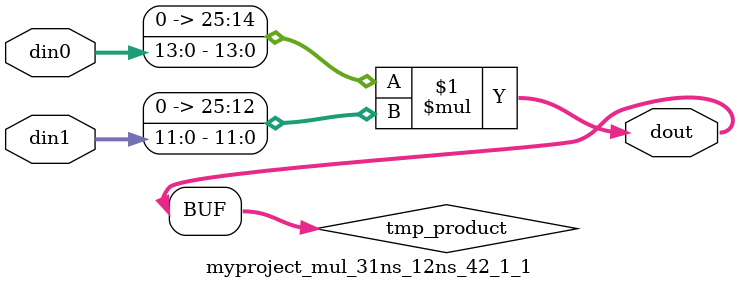
<source format=v>

`timescale 1 ns / 1 ps

  module myproject_mul_31ns_12ns_42_1_1(din0, din1, dout);
parameter ID = 1;
parameter NUM_STAGE = 0;
parameter din0_WIDTH = 14;
parameter din1_WIDTH = 12;
parameter dout_WIDTH = 26;

input [din0_WIDTH - 1 : 0] din0; 
input [din1_WIDTH - 1 : 0] din1; 
output [dout_WIDTH - 1 : 0] dout;

wire signed [dout_WIDTH - 1 : 0] tmp_product;










assign tmp_product = $signed({1'b0, din0}) * $signed({1'b0, din1});











assign dout = tmp_product;







endmodule

</source>
